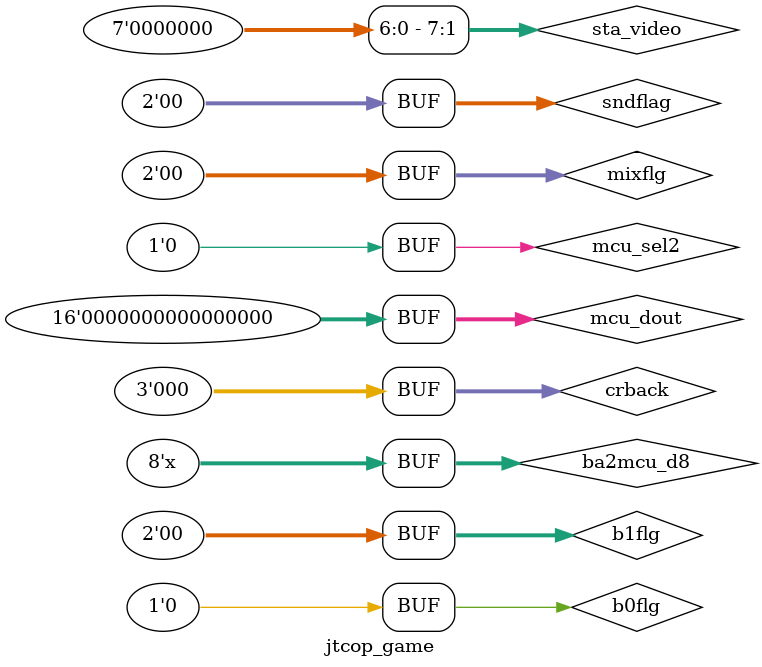
<source format=v>

/*  This file is part of JTCORES.
    JTCORES program is free software: you can redistribute it and/or modify
    it under the terms of the GNU General Public License as published by
    the Free Software Foundation, either version 3 of the License, or
    (at your option) any later version.

    JTCORES program is distributed in the hope that it will be useful,
    but WITHOUT ANY WARRANTY; without even the implied warranty of
    MERCHANTABILITY or FITNESS FOR A PARTICULAR PURPOSE.  See the
    GNU General Public License for more details.

    You should have received a copy of the GNU General Public License
    along with JTCORES.  If not, see <http://www.gnu.org/licenses/>.

    Author: Jose Tejada Gomez. Twitter: @topapate
    Version: 1.0
    Date: 25-9-2021 */

module jtcop_game(
    `include "jtframe_game_ports.inc" // see $JTFRAME/hdl/inc/jtframe_game_ports.inc
);
// CPU interface
wire        objram_cs, mixpsel, obj_copy;
wire [15:0] pal_dout, obj_dout;
wire        UDSWn, LDSWn, main_rnw;

// BAC06 CS signals
wire        fmode_cs, fsft_cs, fmap_cs,
            bmode_cs, bsft_cs, bmap_cs,
            cmode_cs, csft_cs, cmap_cs;

// ROM banks
wire     [ 2:1] sndflag, b1flg, mixflg;
wire     [ 2:0] crback;
wire            b0flg, snd_bank;

// Palette
wire [ 1:0] pal_cs;
wire [ 7:0] prisel;
wire        prio_we;

// Sound
// adpcm_addr[16] is used as an /OE signal on the board
// I'm ignoring that connection here as it isn't relevant
wire [15:0] snd_prea;
wire [17:0] adpcm_prea;
wire [ 7:0] snd_latch;
wire        snreq;

wire        flip;
wire        cen_opl, cen_opn;
wire        mcu_we;

wire [15:0] ba0_dout, ba1_dout, ba2_dout;

reg  [15:0] mcu_dout;
wire [15:0] mcu_din;
wire [ 5:0] mcu_sel;
wire        mcu_sel2;   // this funny name is to keep the schematics' naming
wire        shd_cs;

// HuC Protection
wire [ 7:0] huc_dout;
wire        huc_cs;

// BA2 - MCU interface
wire [ 7:0] ba2mcu_mode_din, ba2mcu_dout;
wire        ba2mcu_rnw;
wire        ba2mcu_mode;
// Cabinet inputs
//wire [ 7:0] game_id;

// Status report
wire [ 7:0] sta_video, std_video, postd,
            st_snd, st_main, pal_dmp, obj_dmp;
reg  [ 7:0] st_mux;
wire [ 1:0] game_id;
wire [21:0] posta;

always @* begin
    post_data = postd;
    post_addr = posta;
end

assign dsn        = { UDSWn, LDSWn };
assign dip_flip   = flip;
assign debug_view = st_dout;
assign st_dout    = st_mux;
assign sta_video  = st_addr;
assign ram_we     = ~main_rnw;
assign ba2mcu_we  = ~ba2mcu_rnw;
assign ba2mcu_din = {2{ba2mcu_dout}};

always @(posedge clk) begin
    st_mux <= 0;
    case( st_addr[7:6] )
        0: st_mux <= st_main;
        1: st_mux <= st_snd;
        2: st_mux <= snd_latch;
        3: st_mux <= std_video;
    endcase
end
/* verilator tracing_off */
jtframe_cen48 u_cen(
    .clk    ( clk       ),
    .cen3   ( cen_opl   ),
    .cen1p5 ( cen_opn   ),
    .cen8   (           ),
    // unused
    .cen12(), .cen6(),   .cen4(),
    .cen3q(), .cen12b(), .cen6b(),
    .cen3b(), .cen3qb(), .cen1p5b(),
    .cen16(), .cen16b(), .cen4_12()
);
/* verilator tracing_off */
jtcop_main u_main(
    .rst        ( rst       ),
    .clk        ( clk       ),
//    .game_id    ( game_id   ),
    // Video
    .LVBL       ( LVBL      ),
    .LHBL       ( LHBL      ),
    // ext interrupts
    .nexirq     ( 1'b1      ), // unused in real hardware
    // MCU
    .mcu_dout   ( mcu_dout  ),
    .mcu_din    ( mcu_din   ),
    .sec        ( mcu_sel   ),
    .sec2       ( mcu_sel2  ),
    // HuC6820
    .huc_cs     ( huc_cs    ),
    .huc_dout   ( huc_dout  ),
    // BA register reads
    .ba0_dout   ( ba0_dout  ),
    .ba1_dout   ( ba1_dout  ),
    .ba2_dout   ( ba2_dout  ),
    // Sound communication
    .snd_latch  ( snd_latch ),
    .snreq      ( snreq     ),
    // Palette
    .prisel     ( prisel    ),
    .pal_cs     ( pal_cs    ),
    .pal_dout   ( pal_dout  ),
    // Video circuitry
    .fmode_cs   ( fmode_cs  ),
    .fsft_cs    ( fsft_cs   ),
    .fmap_cs    ( fmap_cs   ),
    .bmode_cs   ( bmode_cs  ),
    .bsft_cs    ( bsft_cs   ),
    .bmap_cs    ( bmap_cs   ),
    .cmode_cs   ( cmode_cs  ),
    .csft_cs    ( csft_cs   ),
    .cmap_cs    ( cmap_cs   ),
    // Objects
    .obj_cs     ( objram_cs ),
    .obj_copy   ( obj_copy  ),
    .mixpsel    ( mixpsel   ),
    .obj_dout   ( obj_dout  ),

    // CPU bus
    .cpu_addr   ( main_addr ),
    .cpu_dout   ( main_dout ),
    .UDSWn      ( UDSWn     ),
    .LDSWn      ( LDSWn     ),
    .RnW        ( main_rnw  ),
    // cabinet I/O
    .joystick1   ( joystick1  ),
    .joystick2   ( joystick2  ),
    .joyana1     ( joyana_r1  ),
    .joyana2     ( joyana_r2  ),
    .dial_x      ( dial_x     ),
    .dial_y      ( dial_y     ),
    .cab_1p      ( cab_1p[1:0]),
    .coin        ( coin[1:0]  ),
    .service     ( service    ),
    // RAM access
    .ram_cs      ( ram_cs     ),
    .ram_data    ( ram_data   ),
    .ram_ok      ( ram_ok     ),
    // ROM access
    .rom_cs      ( main_cs    ),
    .rom_data    ( main_data  ),
    .rom_ok      ( main_ok    ),
    // DIP switches
    .dip_pause   ( dip_pause  ),
    .dip_test    ( dip_test   ),
    .dipsw_a     ( dipsw[ 7:0]),
    .dipsw_b     ( dipsw[15:8]),
    // Status report
    //.debug_bus   ( debug_bus  ),
    .st_addr     ( st_addr    ),
    .st_dout     ( st_main    )
);
/* verilator tracing_off */
jtcop_video u_video(
    .rst        ( rst       ),
    .clk        ( clk       ),
    .clk_cpu    ( clk       ),

    .pxl2_cen   ( pxl2_cen  ),
    .pxl_cen    ( pxl_cen   ),
    .gfx_en     ( gfx_en    ),

    .game_id    ( game_id   ),
    .ioctl_ram  ( 1'b0      ),
    .ioctl_addr ( ioctl_addr[10:0]),
    .pal_dmp    ( pal_dmp   ),
    .obj_dmp    ( obj_dmp   ),

    // CPU interface
    .cpu_addr   ( main_addr[12:1]  ),

    // MCU interface
    .mcu_addr   ( ba2mcu_addr[10:1]),
    .mcu_dout   ( ba2mcu_dout  ),
    .mcu_din    ( ba2mcu_mode_din ),
    .mcu_rnw    ( ba2mcu_rnw   ),
    .mcu_dsn    ( ba2mcu_dsn   ),
    .mcu_mode   ( ba2mcu_mode  ),

    // Register reads
    .ba0_dout   ( ba0_dout  ),
    .ba1_dout   ( ba1_dout  ),
    .ba2_dout   ( ba2_dout  ),

    // Object
    .objram_cs  ( objram_cs ),
    .mixpsel    ( mixpsel   ),
    .obj_dout   ( obj_dout  ),
    .obj_copy   ( obj_copy  ),

    .fmode_cs   ( fmode_cs  ),
    .bmode_cs   ( bmode_cs  ),
    .cmode_cs   ( cmode_cs  ),

    .cpu_dout   ( main_dout ),
    .cpu_dsn    ( dsn       ),
    .cpu_rnw    ( main_rnw  ),

    // Palette
    .pal_cs     ( pal_cs    ),
    .prisel     ( prisel    ),
    .pal_dout   ( pal_dout  ),
    .prio_we    ( prio_we   ),
    .prog_addr  ( posta[9:0]),
    .prom_din   (prog_data[3:0]),

    .flip        ( flip       ),

    // SDRAM interface
    .b0ram_cs    ( b0ram_cs   ),
    .b0ram_addr  ( b0ram_addr ),
    .b0ram_data  ( b0ram_data ),
    .b0ram_ok    ( b0ram_ok   ),

    .b1ram_cs    ( b1ram_cs   ),
    .b1ram_addr  ( b1ram_addr ),
    .b1ram_data  ( b1ram_data ),
    .b1ram_ok    ( b1ram_ok   ),

    .b2ram_cs    ( b2ram_cs   ),
    .b2ram_addr  ( b2ram_addr ),
    .b2ram_data  ( b2ram_data ),
    .b2ram_ok    ( b2ram_ok   ),

    .b0rom_ok    ( b0rom_ok   ),
    .b0rom_cs    ( b0rom_cs   ),
    .b0rom_addr  ( b0rom_addr ),
    .b0rom_data  ( b0rom_data ),

    .b1rom_cs    ( b1rom_cs   ),
    .b1rom_ok    ( b1rom_ok   ),
    .b1rom_addr  ( b1rom_addr ),
    .b1rom_data  ( b1rom_data ),

    .b2rom_cs    ( b2rom_cs   ),
    .b2rom_ok    ( b2rom_ok   ),
    .b2rom_addr  ( b2rom_addr ),
    .b2rom_data  ( b2rom_data ),

    .orom_ok     ( obj_ok     ),
    .orom_cs     ( obj_cs     ),
    .orom_addr   ( obj_addr   ),
    .orom_data   ( obj_data   ),

    // Video signal
    .HS         ( HS        ),
    .VS         ( VS        ),
    .LHBL_dly   ( LHBL      ),
    .LVBL_dly   ( LVBL      ),
    .red        ( red       ),
    .green      ( green     ),
    .blue       ( blue      ),
    // debug
    .st_addr    ( sta_video ),
    .st_dout    ( std_video ),
    .debug_bus  ( debug_bus )
);

/* verilator tracing_on */
// NB: this module is different for jtmidres
jtcop_snd u_sound(
    .rst        ( rst       ),
    .clk        ( clk       ),
    .cen_opn    ( cen_opn   ),
    .cen_opl    ( cen_opl   ),

    // From main CPU
    .snreq      ( snreq     ),
    .latch      ( snd_latch ),
    .snd_bank   ( snd_bank  ),

    // ROM
    .rom_addr   ( snd_prea  ),
    .rom_cs     ( snd_cs    ),
    .rom_data   ( snd_data  ),
    .rom_ok     ( snd_ok    ),

    // ADPCM ROM
    .adpcm_addr ( adpcm_prea),
    .adpcm_cs   ( adpcm_cs  ),
    .adpcm_data ( adpcm_data),
    .adpcm_ok   ( adpcm_ok  ),

    // Sound channels
    .opn        ( opn       ),
    .opl        ( opl       ),
    .psg        ( psg       ),
    .pcm        ( pcm       ),
    .status     ( st_snd    )
);
/* verilator tracing_off */
`ifdef MCU
    wire [7:0] mcu_p0o, mcu_p1o, mcu_p2o, mcu_p3o, mcu_p3i;
    reg  [7:0] mcu_p0i;
    reg        mcu_intn, mcu_sel0l;
    wire       mcu_wrlo, mcu_wrhi, mcu_rdhi, mcu_rdlo, cen_mcu;

    assign mcu_p3i = { mcu_sel[5:3], mcu_p3o[4:0] };
    assign { sndflag, b1flg, b0flg, mixflg } = mcu_p1o[6:0];
    assign crback = mcu_p3o[2:0];
    assign mcu_sel2 = mcu_p2o[2];
    assign mcu_rdhi = ~mcu_p2o[4];
    assign mcu_rdlo = ~mcu_p2o[5];
    assign mcu_wrlo = ~mcu_p2o[6];
    assign mcu_wrhi = ~mcu_p2o[7];

    always @(posedge clk24, posedge  rst24) begin
        if( rst24 ) begin
            mcu_sel0l <= 0;
            mcu_intn <= 1;
            mcu_p0i  <= 0;
            mcu_dout <= 0;
        end else begin
            mcu_sel0l <= mcu_sel[0];

            if( !mcu_p2o[3] )
                mcu_intn <= 1;
            else if( mcu_sel[0] & ~mcu_sel0l )
                mcu_intn <= 0;

            // MCU reads
            if( mcu_rdhi )
                mcu_p0i <= mcu_din[15:8];
            if( mcu_rdlo )
                mcu_p0i <= mcu_din[7:0];

            // MCU writes
            if( mcu_wrhi )
                mcu_dout[15:8] <= mcu_p0o;
            if( mcu_wrlo )
                mcu_dout[7:0] <= mcu_p0o;
        end
    end

    wire nc;
    jtframe_frac_cen #(.WC(3)) u_cenmcu(
        .clk ( clk24    ),
        .n   ( 3'd1     ),
        .m   ( 3'd3     ),
        .cen ({nc,cen_mcu}),
        .cenb(          )
    );

    jtframe_8751mcu #(
        .ROMBIN     ("../../../../rom/ei31.9a"),
        .DIVCEN     ( 1             ),
        .SYNC_XDATA ( 1             ),
        //.SYNC_P1    ( 1             ),
        .SYNC_INT   ( 1             )
    ) u_mcu(
        .rst        ( rst24         ),
        .clk        ( clk24         ),
        .cen        ( cen_mcu       ),

        .int0n      ( 1'b1          ),
        .int1n      ( mcu_intn      ),

        .p0_i       ( mcu_p0i       ),
        .p1_i       ( mcu_p1o       ), // used as outputs only
        .p2_i       ( mcu_p2o       ), // used as outputs only
        .p3_i       ( mcu_p3i       ),

        .p0_o       ( mcu_p0o       ),
        .p1_o       ( mcu_p1o       ),
        .p2_o       ( mcu_p2o       ),
        .p3_o       ( mcu_p3o       ),

        // external memory
        .x_din      ( 8'h0          ),
        .x_dout     (               ),
        .x_addr     (               ),
        .x_wr       (               ),
        .x_acc      (               ),

        // ROM programming
        .clk_rom    ( clk           ),
        .prog_addr  ( prog_addr[11:0] ),
        .prom_din   ( prog_data[7:0]),
        .prom_we    ( mcu_we        )
    );
`else
    assign { sndflag, b1flg, b0flg, mixflg } = 0;
    assign crback    = 0;
    assign mcu_sel2  = 0;
    initial mcu_dout = 0;
`endif
/* verilator tracing_on */
`ifndef NOHUC
    wire [7:0] ba2mcu_d8 = mcu_addr[0] ? ba2mcu_data[15:8] : ba2mcu_data[7:0];

    jtcop_prot u_prot(
        .rst        ( rst24     ),
        .clk        ( clk24     ),
        .clk_cpu    ( clk       ),
        .LVBL       ( LVBL      ),
        .game_id    ( game_id   ),

        .main_addr  ( main_addr[11:1] ),  // only 2kB are shared
        .main_dout  ( main_dout[ 7:0] ),
        .main_din   ( huc_dout  ),
        .main_cs    ( huc_cs    ),
        .main_wrn   ( main_rnw | LDSWn  ),

        // BA2 interfcae
        .ba2mcu_mode( ba2mcu_mode   ),
        .ba2mcu_mode_din(ba2mcu_mode_din),
        .ba2mcu_cs  ( ba2mcu_cs     ),
        .ba2mcu_ok  ( ba2mcu_ok     ),
        .ba2mcu_dout( ba2mcu_dout   ),
        .ba2mcu_addr( ba2mcu_addr   ),
        .ba2mcu_data( ba2mcu_d8     ),
        .ba2mcu_dsn ( ba2mcu_dsn    ),
        .ba2mcu_rnw ( ba2mcu_rnw    ),

        .mcu_addr   ( mcu_addr  ),
        .mcu_data   ( mcu_data  ),
        .mcu_cs     ( mcu_cs    ),
        .mcu_ok     ( mcu_ok    )
    );
`else
    assign ba2mcu_dsn  = 3;
    assign ba2mcu_addr = 0;
    assign ba2mcu_rnw  = 1;
    assign ba2mcu_cs   = 0;
    assign ba2mcu_dout = 0;
    assign ba2mcu_mode = 0;
    assign huc_dout = 0;
    assign mcu_cs   = 0;
    assign mcu_addr = 0;
`endif

jtcop_sdram u_sdram(
    .clk            ( clk           ),
    .main_addr      ( main_addr     ),
    .ram_addr       ( ram_addr      ),
    .fsft_cs        ( fsft_cs       ),
    .fmap_cs        ( fmap_cs       ),
    .bsft_cs        ( bsft_cs       ),
    .bmap_cs        ( bmap_cs       ),
    .csft_cs        ( csft_cs       ),
    .cmap_cs        ( cmap_cs       ),
    .sndflag        ( sndflag       ),
    .snd_bank       ( snd_bank      ),
    .mcu_we         ( mcu_we        ),
    .prio_we        ( prio_we       ),
    .snd_prea       ( snd_prea      ),
    .snd_addr       ( snd_addr      ),
    .adpcm_prea     ( adpcm_prea    ),
    .adpcm_addr     ( adpcm_addr    ),
    .game_id        ( game_id       ),
    .ba2mcu_addr    ( ba2mcu_addr   ),
    .ioctl_addr     ( ioctl_addr    ),
    .prog_addr      ( prog_addr     ),
    .prog_ba        ( prog_ba       ),
    .post_addr      ( posta         ),
    .prog_data      ( prog_data     ),
    .post_data      ( postd         ),
    .prom_we        ( prom_we       ),
    .prog_we        ( prog_we       )
);

endmodule

</source>
